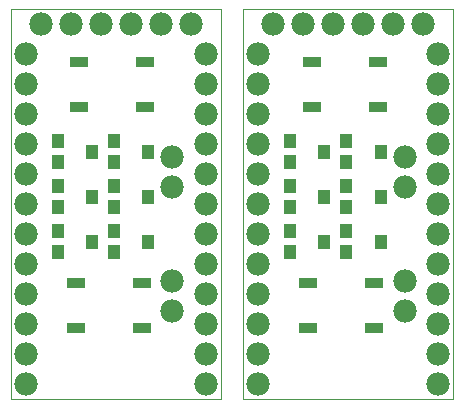
<source format=gts>
G75*
G70*
%OFA0B0*%
%FSLAX25Y25*%
%IPPOS*%
%LPD*%
%AMOC8*
5,1,8,0,0,1.08239X$1,22.5*
%
%ADD13R,0.03940X0.04730*%
%ADD16C,0.07800*%
%ADD17R,0.06400X0.03400*%
%ADD19C,0.00000*%
X0010000Y0010000D02*
G75*
%LPD*%
D19*
X0010000Y0010000D02*
X0010000Y0139960D01*
X0079950Y0139960D01*
X0079950Y0010000D01*
X0010000Y0010000D01*
D16*
X0015000Y0015000D03*
X0015000Y0025000D03*
X0015000Y0035000D03*
X0015000Y0045000D03*
X0015000Y0055000D03*
X0015000Y0065000D03*
X0015000Y0075000D03*
X0015000Y0085000D03*
X0015000Y0095000D03*
X0015000Y0105000D03*
X0015000Y0115000D03*
X0015000Y0125000D03*
X0020000Y0135000D03*
X0030000Y0135000D03*
X0040000Y0135000D03*
X0050000Y0135000D03*
X0060000Y0135000D03*
X0070000Y0135000D03*
X0075000Y0125000D03*
X0075000Y0115000D03*
X0075000Y0105000D03*
X0075000Y0095000D03*
X0075000Y0085000D03*
X0075000Y0075000D03*
X0075000Y0065000D03*
X0075000Y0055000D03*
X0075000Y0045000D03*
X0075000Y0035000D03*
X0075000Y0025000D03*
X0075000Y0015000D03*
X0063750Y0039380D03*
X0063750Y0049380D03*
X0063750Y0080630D03*
X0063750Y0090630D03*
D13*
X0055710Y0092500D03*
X0044290Y0088920D03*
X0044290Y0096080D03*
X0036960Y0092500D03*
X0044290Y0081080D03*
X0044290Y0073920D03*
X0044290Y0066080D03*
X0044290Y0058920D03*
X0036960Y0062500D03*
X0036960Y0077500D03*
X0025540Y0073920D03*
X0025540Y0081080D03*
X0025540Y0088920D03*
X0025540Y0096080D03*
X0025540Y0066080D03*
X0025540Y0058920D03*
X0055710Y0062500D03*
X0055710Y0077500D03*
D17*
X0053500Y0048750D03*
X0053500Y0033750D03*
X0031500Y0033750D03*
X0031500Y0048750D03*
X0032750Y0107500D03*
X0032750Y0122500D03*
X0054750Y0122500D03*
X0054750Y0107500D03*
X0087450Y0010000D02*
G75*
%LPD*%
D19*
X0087450Y0010000D02*
X0087450Y0139960D01*
X0157400Y0139960D01*
X0157400Y0010000D01*
X0087450Y0010000D01*
D16*
X0092450Y0015000D03*
X0092450Y0025000D03*
X0092450Y0035000D03*
X0092450Y0045000D03*
X0092450Y0055000D03*
X0092450Y0065000D03*
X0092450Y0075000D03*
X0092450Y0085000D03*
X0092450Y0095000D03*
X0092450Y0105000D03*
X0092450Y0115000D03*
X0092450Y0125000D03*
X0097450Y0135000D03*
X0107450Y0135000D03*
X0117450Y0135000D03*
X0127450Y0135000D03*
X0137450Y0135000D03*
X0147450Y0135000D03*
X0152450Y0125000D03*
X0152450Y0115000D03*
X0152450Y0105000D03*
X0152450Y0095000D03*
X0152450Y0085000D03*
X0152450Y0075000D03*
X0152450Y0065000D03*
X0152450Y0055000D03*
X0152450Y0045000D03*
X0152450Y0035000D03*
X0152450Y0025000D03*
X0152450Y0015000D03*
X0141200Y0039380D03*
X0141200Y0049380D03*
X0141200Y0080630D03*
X0141200Y0090630D03*
D13*
X0133160Y0092500D03*
X0121740Y0088920D03*
X0121740Y0096080D03*
X0114410Y0092500D03*
X0121740Y0081080D03*
X0121740Y0073920D03*
X0121740Y0066080D03*
X0121740Y0058920D03*
X0114410Y0062500D03*
X0114410Y0077500D03*
X0102990Y0073920D03*
X0102990Y0081080D03*
X0102990Y0088920D03*
X0102990Y0096080D03*
X0102990Y0066080D03*
X0102990Y0058920D03*
X0133160Y0062500D03*
X0133160Y0077500D03*
D17*
X0130950Y0048750D03*
X0130950Y0033750D03*
X0108950Y0033750D03*
X0108950Y0048750D03*
X0110200Y0107500D03*
X0110200Y0122500D03*
X0132200Y0122500D03*
X0132200Y0107500D03*
M02*

</source>
